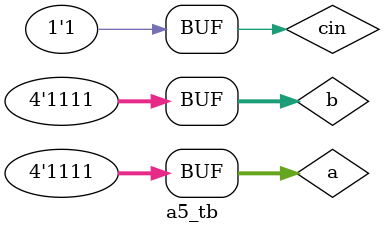
<source format=v>
module myCLA4bit (input [3:0] a, input [3:0] b, input cin, output [3:0] s, output cout);
    wire [3:0] g, p;
    wire [2:0] c;
    assign g[0] = a[0] & b[0];
    assign g[1] = a[1] & b[1];      // g = a&b;
    assign g[2] = a[2] & b[2];
    assign g[3] = a[3] & b[3];

    assign p[0] = a[0] ^ b[0];
    assign p[1] = a[1] ^ b[1];
    assign p[2] = a[2] ^ b[2];      // p = a^b;
    assign p[3] = a[3] ^ b[3];

    assign c[0] = g[0] | (p[0] & cin);
    assign c[1] = g[1] | (p[1] & g[0]) | (p[1] & p[0] & cin);
    assign c[2] = g[2] | (p[2] & g[1]) | (p[2] & p[1] & g[0]) | (p[2] & p[1] & p[0] & cin);
    
    assign cout = g[3] | (p[3] & g[2]) | (p[3] & p[2] & g[1]) | (p[3] & p[2] & p[1] & g[0]) | (p[3] & p[2] & p[1] & p[0] & cin);

    assign s[0] = p[0] ^ cin;
    assign s[1] = p[1] ^ c[0];
    assign s[2] = p[2] ^ c[1];
    assign s[3] = p[3] ^ c[2];
endmodule

module a5_tb();
    reg  [3:0] a, b;
    reg  cin;
    wire [3:0] s;
    wire cout;

        myCLA4bit uut (.a(a),.b(b),.cin(cin),.s(s),.cout(cout));

    initial begin
        $dumpfile("a5_tb.vcd");
        $dumpvars(0, a5_tb);

        a = 4'b0000; b = 4'b0000; cin = 0; #10;
        a = 4'b0001; b = 4'b0010; cin = 0; #10;
        a = 4'b0101; b = 4'b0011; cin = 0; #10;
        a = 4'b0111; b = 4'b1000; cin = 1; #10;
        a = 4'b1111; b = 4'b0001; cin = 0; #10;
        a = 4'b1010; b = 4'b1010; cin = 1; #10;
        a = 4'b1111; b = 4'b1111; cin = 1; #10;
    end
endmodule


</source>
